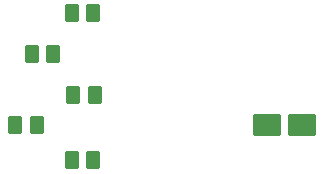
<source format=gbr>
%TF.GenerationSoftware,KiCad,Pcbnew,9.0.0*%
%TF.CreationDate,2025-03-25T11:32:13+05:30*%
%TF.ProjectId,solarpannel_project,736f6c61-7270-4616-9e6e-656c5f70726f,rev?*%
%TF.SameCoordinates,Original*%
%TF.FileFunction,Paste,Top*%
%TF.FilePolarity,Positive*%
%FSLAX46Y46*%
G04 Gerber Fmt 4.6, Leading zero omitted, Abs format (unit mm)*
G04 Created by KiCad (PCBNEW 9.0.0) date 2025-03-25 11:32:13*
%MOMM*%
%LPD*%
G01*
G04 APERTURE LIST*
G04 Aperture macros list*
%AMRoundRect*
0 Rectangle with rounded corners*
0 $1 Rounding radius*
0 $2 $3 $4 $5 $6 $7 $8 $9 X,Y pos of 4 corners*
0 Add a 4 corners polygon primitive as box body*
4,1,4,$2,$3,$4,$5,$6,$7,$8,$9,$2,$3,0*
0 Add four circle primitives for the rounded corners*
1,1,$1+$1,$2,$3*
1,1,$1+$1,$4,$5*
1,1,$1+$1,$6,$7*
1,1,$1+$1,$8,$9*
0 Add four rect primitives between the rounded corners*
20,1,$1+$1,$2,$3,$4,$5,0*
20,1,$1+$1,$4,$5,$6,$7,0*
20,1,$1+$1,$6,$7,$8,$9,0*
20,1,$1+$1,$8,$9,$2,$3,0*%
G04 Aperture macros list end*
%ADD10RoundRect,0.102200X-1.100000X-0.799400X1.100000X-0.799400X1.100000X0.799400X-1.100000X0.799400X0*%
%ADD11RoundRect,0.299280X-0.314245X-0.502120X0.314245X-0.502120X0.314245X0.502120X-0.314245X0.502120X0*%
G04 APERTURE END LIST*
D10*
%TO.C,C1*%
X167000000Y-87000000D03*
X164000000Y-87000000D03*
%TD*%
D11*
%TO.C,R2*%
X145912500Y-81000000D03*
X144087500Y-81000000D03*
%TD*%
%TO.C,R4*%
X144500000Y-87000000D03*
X142675000Y-87000000D03*
%TD*%
%TO.C,R3*%
X149412500Y-84500000D03*
X147587500Y-84500000D03*
%TD*%
%TO.C,R1*%
X149302500Y-77550000D03*
X147477500Y-77550000D03*
%TD*%
%TO.C,RV1*%
X149302500Y-90000000D03*
X147477500Y-90000000D03*
%TD*%
M02*

</source>
